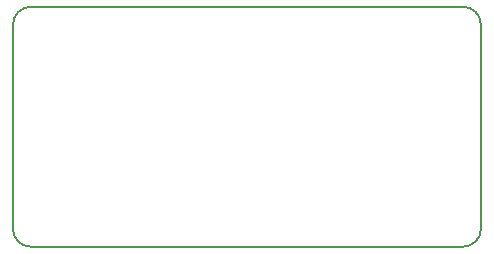
<source format=gm1>
%TF.GenerationSoftware,KiCad,Pcbnew,9.0.1*%
%TF.CreationDate,2025-04-06T22:03:23+09:00*%
%TF.ProjectId,ps2_pmod_levelshifter,7073325f-706d-46f6-945f-6c6576656c73,rev?*%
%TF.SameCoordinates,Original*%
%TF.FileFunction,Profile,NP*%
%FSLAX46Y46*%
G04 Gerber Fmt 4.6, Leading zero omitted, Abs format (unit mm)*
G04 Created by KiCad (PCBNEW 9.0.1) date 2025-04-06 22:03:23*
%MOMM*%
%LPD*%
G01*
G04 APERTURE LIST*
%TA.AperFunction,Profile*%
%ADD10C,0.200000*%
%TD*%
G04 APERTURE END LIST*
D10*
X127762000Y-81534000D02*
X164338000Y-81534000D01*
X165862000Y-83058000D02*
X165862001Y-100330000D01*
X165862000Y-100330000D02*
G75*
G02*
X164338000Y-101854000I-1524000J0D01*
G01*
X127762000Y-101854000D02*
X164338000Y-101854000D01*
X164338000Y-81534000D02*
G75*
G02*
X165862000Y-83058000I0J-1524000D01*
G01*
X126238000Y-83058000D02*
G75*
G02*
X127762000Y-81534000I1524000J0D01*
G01*
X127762000Y-101854000D02*
G75*
G02*
X126238000Y-100330000I0J1524000D01*
G01*
X126238000Y-100330000D02*
X126238000Y-83058000D01*
M02*

</source>
